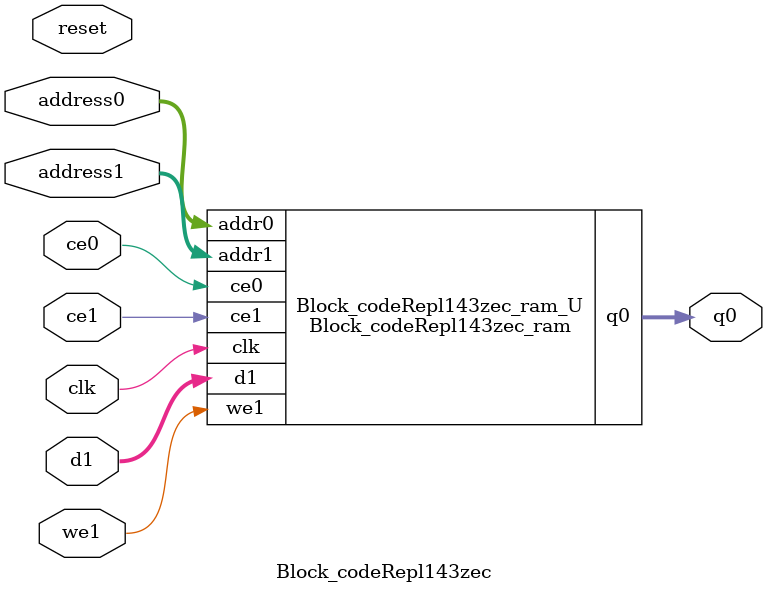
<source format=v>
`timescale 1 ns / 1 ps
module Block_codeRepl143zec_ram (addr0, ce0, q0, addr1, ce1, d1, we1,  clk);

parameter DWIDTH = 4;
parameter AWIDTH = 12;
parameter MEM_SIZE = 2624;

input[AWIDTH-1:0] addr0;
input ce0;
output reg[DWIDTH-1:0] q0;
input[AWIDTH-1:0] addr1;
input ce1;
input[DWIDTH-1:0] d1;
input we1;
input clk;

(* ram_style = "block" *)reg [DWIDTH-1:0] ram[0:MEM_SIZE-1];




always @(posedge clk)  
begin 
    if (ce0) begin
        q0 <= ram[addr0];
    end
end


always @(posedge clk)  
begin 
    if (ce1) begin
        if (we1) 
            ram[addr1] <= d1; 
    end
end


endmodule

`timescale 1 ns / 1 ps
module Block_codeRepl143zec(
    reset,
    clk,
    address0,
    ce0,
    q0,
    address1,
    ce1,
    we1,
    d1);

parameter DataWidth = 32'd4;
parameter AddressRange = 32'd2624;
parameter AddressWidth = 32'd12;
input reset;
input clk;
input[AddressWidth - 1:0] address0;
input ce0;
output[DataWidth - 1:0] q0;
input[AddressWidth - 1:0] address1;
input ce1;
input we1;
input[DataWidth - 1:0] d1;



Block_codeRepl143zec_ram Block_codeRepl143zec_ram_U(
    .clk( clk ),
    .addr0( address0 ),
    .ce0( ce0 ),
    .q0( q0 ),
    .addr1( address1 ),
    .ce1( ce1 ),
    .we1( we1 ),
    .d1( d1 ));

endmodule


</source>
